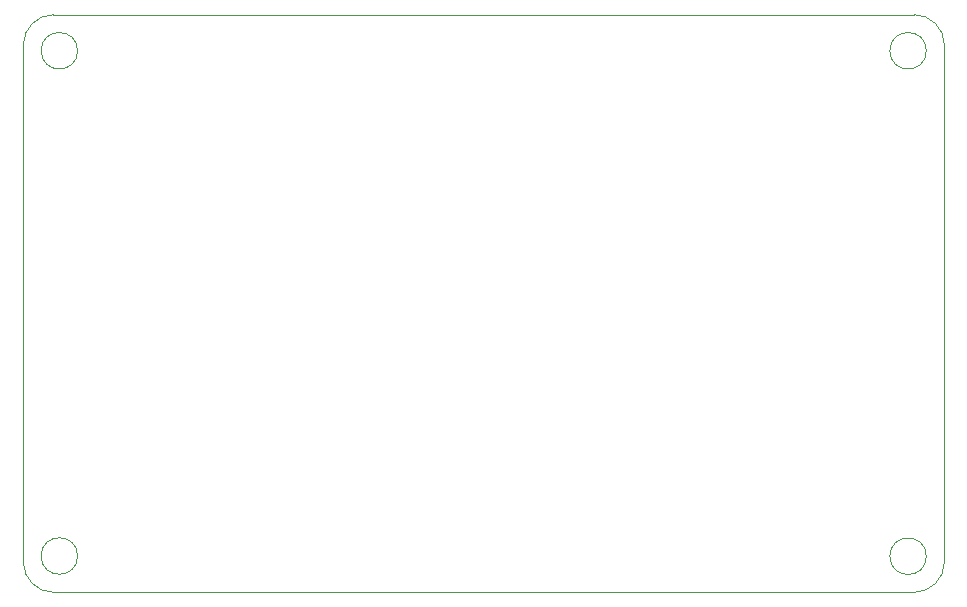
<source format=gbr>
%TF.GenerationSoftware,KiCad,Pcbnew,5.1.10*%
%TF.CreationDate,2021-08-14T17:16:22+02:00*%
%TF.ProjectId,PCB,5043422e-6b69-4636-9164-5f7063625858,1.0*%
%TF.SameCoordinates,Original*%
%TF.FileFunction,Profile,NP*%
%FSLAX46Y46*%
G04 Gerber Fmt 4.6, Leading zero omitted, Abs format (unit mm)*
G04 Created by KiCad (PCBNEW 5.1.10) date 2021-08-14 17:16:22*
%MOMM*%
%LPD*%
G01*
G04 APERTURE LIST*
%TA.AperFunction,Profile*%
%ADD10C,0.050000*%
%TD*%
G04 APERTURE END LIST*
D10*
X48260000Y-126365000D02*
X121158000Y-126365000D01*
X121158000Y-77470000D02*
X48260000Y-77470000D01*
X45720000Y-80010000D02*
X45720000Y-123825000D01*
X123698000Y-80010000D02*
X123698000Y-123825000D01*
X50313022Y-123295979D02*
G75*
G03*
X50313022Y-123295979I-1545022J0D01*
G01*
X50313022Y-80518000D02*
G75*
G03*
X50313022Y-80518000I-1545022J0D01*
G01*
X122174001Y-80518000D02*
G75*
G03*
X122174001Y-80518000I-1545022J0D01*
G01*
X122174001Y-123317000D02*
G75*
G03*
X122174001Y-123317000I-1545022J0D01*
G01*
X48260000Y-126365000D02*
G75*
G02*
X45720000Y-123825000I0J2540000D01*
G01*
X45720000Y-80010000D02*
G75*
G02*
X48260000Y-77470000I2540000J0D01*
G01*
X121158000Y-77470000D02*
G75*
G02*
X123698000Y-80010000I0J-2540000D01*
G01*
X123698000Y-123825000D02*
G75*
G02*
X121158000Y-126365000I-2540000J0D01*
G01*
M02*

</source>
